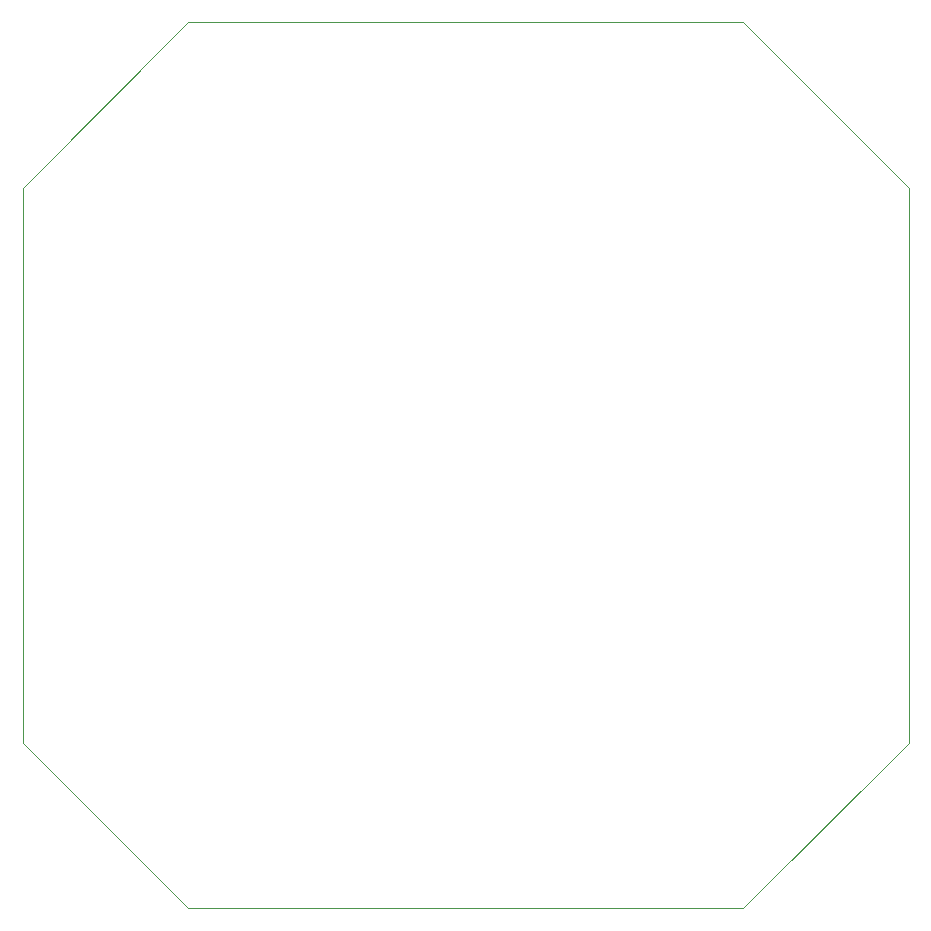
<source format=gm1>
G04 #@! TF.GenerationSoftware,KiCad,Pcbnew,(7.0.0)*
G04 #@! TF.CreationDate,2023-02-17T18:54:55+01:00*
G04 #@! TF.ProjectId,enorme-metapixel,656e6f72-6d65-42d6-9d65-746170697865,rev?*
G04 #@! TF.SameCoordinates,Original*
G04 #@! TF.FileFunction,Profile,NP*
%FSLAX46Y46*%
G04 Gerber Fmt 4.6, Leading zero omitted, Abs format (unit mm)*
G04 Created by KiCad (PCBNEW (7.0.0)) date 2023-02-17 18:54:55*
%MOMM*%
%LPD*%
G01*
G04 APERTURE LIST*
G04 #@! TA.AperFunction,Profile*
%ADD10C,0.100000*%
G04 #@! TD*
G04 APERTURE END LIST*
D10*
X191089440Y-60583849D02*
X144089439Y-60583850D01*
X144089439Y-60583850D02*
X130089440Y-74583849D01*
X205089440Y-74583849D02*
X191089440Y-60583849D01*
X144089439Y-135583850D02*
X191089440Y-135583850D01*
X130089439Y-121583850D02*
X144089439Y-135583850D01*
X130089440Y-74583849D02*
X130089439Y-121583850D01*
X205089440Y-121583850D02*
X205089440Y-74583849D01*
X191089440Y-135583850D02*
X205089440Y-121583850D01*
M02*

</source>
